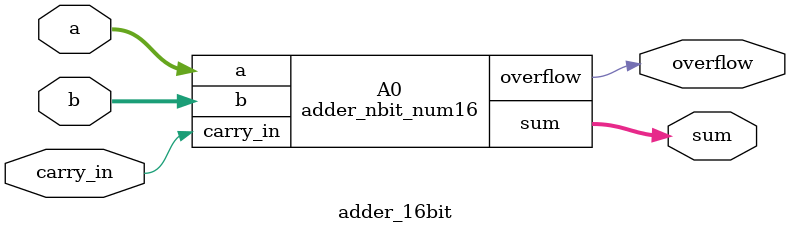
<source format=v>

module adder_1bit_15 ( a, b, carry_in, sum, carry_out );
  input a, b, carry_in;
  output sum, carry_out;
  wire   n1, n2;

  XOR2X1 U1 ( .A(carry_in), .B(n1), .Y(sum) );
  INVX1 U2 ( .A(n2), .Y(carry_out) );
  AOI22X1 U3 ( .A(b), .B(a), .C(n1), .D(carry_in), .Y(n2) );
  XOR2X1 U4 ( .A(a), .B(b), .Y(n1) );
endmodule


module adder_1bit_0 ( a, b, carry_in, sum, carry_out );
  input a, b, carry_in;
  output sum, carry_out;
  wire   n1, n2;

  XOR2X1 U1 ( .A(carry_in), .B(n1), .Y(sum) );
  INVX1 U2 ( .A(n2), .Y(carry_out) );
  AOI22X1 U3 ( .A(b), .B(a), .C(n1), .D(carry_in), .Y(n2) );
  XOR2X1 U4 ( .A(a), .B(b), .Y(n1) );
endmodule


module adder_1bit_1 ( a, b, carry_in, sum, carry_out );
  input a, b, carry_in;
  output sum, carry_out;
  wire   n1, n2;

  XOR2X1 U1 ( .A(carry_in), .B(n1), .Y(sum) );
  INVX1 U2 ( .A(n2), .Y(carry_out) );
  AOI22X1 U3 ( .A(b), .B(a), .C(n1), .D(carry_in), .Y(n2) );
  XOR2X1 U4 ( .A(a), .B(b), .Y(n1) );
endmodule


module adder_1bit_2 ( a, b, carry_in, sum, carry_out );
  input a, b, carry_in;
  output sum, carry_out;
  wire   n1, n2;

  XOR2X1 U1 ( .A(carry_in), .B(n1), .Y(sum) );
  INVX1 U2 ( .A(n2), .Y(carry_out) );
  AOI22X1 U3 ( .A(b), .B(a), .C(n1), .D(carry_in), .Y(n2) );
  XOR2X1 U4 ( .A(a), .B(b), .Y(n1) );
endmodule


module adder_1bit_3 ( a, b, carry_in, sum, carry_out );
  input a, b, carry_in;
  output sum, carry_out;
  wire   n1, n2;

  XOR2X1 U1 ( .A(carry_in), .B(n1), .Y(sum) );
  INVX1 U2 ( .A(n2), .Y(carry_out) );
  AOI22X1 U3 ( .A(b), .B(a), .C(n1), .D(carry_in), .Y(n2) );
  XOR2X1 U4 ( .A(a), .B(b), .Y(n1) );
endmodule


module adder_1bit_4 ( a, b, carry_in, sum, carry_out );
  input a, b, carry_in;
  output sum, carry_out;
  wire   n1, n2;

  XOR2X1 U1 ( .A(carry_in), .B(n1), .Y(sum) );
  INVX1 U2 ( .A(n2), .Y(carry_out) );
  AOI22X1 U3 ( .A(b), .B(a), .C(n1), .D(carry_in), .Y(n2) );
  XOR2X1 U4 ( .A(a), .B(b), .Y(n1) );
endmodule


module adder_1bit_5 ( a, b, carry_in, sum, carry_out );
  input a, b, carry_in;
  output sum, carry_out;
  wire   n1, n2;

  XOR2X1 U1 ( .A(carry_in), .B(n1), .Y(sum) );
  INVX1 U2 ( .A(n2), .Y(carry_out) );
  AOI22X1 U3 ( .A(b), .B(a), .C(n1), .D(carry_in), .Y(n2) );
  XOR2X1 U4 ( .A(a), .B(b), .Y(n1) );
endmodule


module adder_1bit_6 ( a, b, carry_in, sum, carry_out );
  input a, b, carry_in;
  output sum, carry_out;
  wire   n1, n2;

  XOR2X1 U1 ( .A(carry_in), .B(n1), .Y(sum) );
  INVX1 U2 ( .A(n2), .Y(carry_out) );
  AOI22X1 U3 ( .A(b), .B(a), .C(n1), .D(carry_in), .Y(n2) );
  XOR2X1 U4 ( .A(a), .B(b), .Y(n1) );
endmodule


module adder_1bit_7 ( a, b, carry_in, sum, carry_out );
  input a, b, carry_in;
  output sum, carry_out;
  wire   n1, n2;

  XOR2X1 U1 ( .A(carry_in), .B(n1), .Y(sum) );
  INVX1 U2 ( .A(n2), .Y(carry_out) );
  AOI22X1 U3 ( .A(b), .B(a), .C(n1), .D(carry_in), .Y(n2) );
  XOR2X1 U4 ( .A(a), .B(b), .Y(n1) );
endmodule


module adder_1bit_8 ( a, b, carry_in, sum, carry_out );
  input a, b, carry_in;
  output sum, carry_out;
  wire   n1, n2;

  XOR2X1 U1 ( .A(carry_in), .B(n1), .Y(sum) );
  INVX1 U2 ( .A(n2), .Y(carry_out) );
  AOI22X1 U3 ( .A(b), .B(a), .C(n1), .D(carry_in), .Y(n2) );
  XOR2X1 U4 ( .A(a), .B(b), .Y(n1) );
endmodule


module adder_1bit_9 ( a, b, carry_in, sum, carry_out );
  input a, b, carry_in;
  output sum, carry_out;
  wire   n1, n2;

  XOR2X1 U1 ( .A(carry_in), .B(n1), .Y(sum) );
  INVX1 U2 ( .A(n2), .Y(carry_out) );
  AOI22X1 U3 ( .A(b), .B(a), .C(n1), .D(carry_in), .Y(n2) );
  XOR2X1 U4 ( .A(a), .B(b), .Y(n1) );
endmodule


module adder_1bit_10 ( a, b, carry_in, sum, carry_out );
  input a, b, carry_in;
  output sum, carry_out;
  wire   n1, n2;

  XOR2X1 U1 ( .A(carry_in), .B(n1), .Y(sum) );
  INVX1 U2 ( .A(n2), .Y(carry_out) );
  AOI22X1 U3 ( .A(b), .B(a), .C(n1), .D(carry_in), .Y(n2) );
  XOR2X1 U4 ( .A(a), .B(b), .Y(n1) );
endmodule


module adder_1bit_11 ( a, b, carry_in, sum, carry_out );
  input a, b, carry_in;
  output sum, carry_out;
  wire   n1, n2;

  XOR2X1 U1 ( .A(carry_in), .B(n1), .Y(sum) );
  INVX1 U2 ( .A(n2), .Y(carry_out) );
  AOI22X1 U3 ( .A(b), .B(a), .C(n1), .D(carry_in), .Y(n2) );
  XOR2X1 U4 ( .A(a), .B(b), .Y(n1) );
endmodule


module adder_1bit_12 ( a, b, carry_in, sum, carry_out );
  input a, b, carry_in;
  output sum, carry_out;
  wire   n1, n2;

  XOR2X1 U1 ( .A(carry_in), .B(n1), .Y(sum) );
  INVX1 U2 ( .A(n2), .Y(carry_out) );
  AOI22X1 U3 ( .A(b), .B(a), .C(n1), .D(carry_in), .Y(n2) );
  XOR2X1 U4 ( .A(a), .B(b), .Y(n1) );
endmodule


module adder_1bit_13 ( a, b, carry_in, sum, carry_out );
  input a, b, carry_in;
  output sum, carry_out;
  wire   n1, n2;

  XOR2X1 U1 ( .A(carry_in), .B(n1), .Y(sum) );
  INVX1 U2 ( .A(n2), .Y(carry_out) );
  AOI22X1 U3 ( .A(b), .B(a), .C(n1), .D(carry_in), .Y(n2) );
  XOR2X1 U4 ( .A(a), .B(b), .Y(n1) );
endmodule


module adder_1bit_14 ( a, b, carry_in, sum, carry_out );
  input a, b, carry_in;
  output sum, carry_out;
  wire   n1, n2;

  XOR2X1 U1 ( .A(carry_in), .B(n1), .Y(sum) );
  INVX1 U2 ( .A(n2), .Y(carry_out) );
  AOI22X1 U3 ( .A(b), .B(a), .C(n1), .D(carry_in), .Y(n2) );
  XOR2X1 U4 ( .A(a), .B(b), .Y(n1) );
endmodule


module adder_nbit_num16 ( a, b, carry_in, sum, overflow );
  input [15:0] a;
  input [15:0] b;
  output [15:0] sum;
  input carry_in;
  output overflow;

  wire   [15:1] carrys;

  adder_1bit_15 \genblk1[0].Ii  ( .a(a[0]), .b(b[0]), .carry_in(carry_in), 
        .sum(sum[0]), .carry_out(carrys[1]) );
  adder_1bit_14 \genblk1[1].Ii  ( .a(a[1]), .b(b[1]), .carry_in(carrys[1]), 
        .sum(sum[1]), .carry_out(carrys[2]) );
  adder_1bit_13 \genblk1[2].Ii  ( .a(a[2]), .b(b[2]), .carry_in(carrys[2]), 
        .sum(sum[2]), .carry_out(carrys[3]) );
  adder_1bit_12 \genblk1[3].Ii  ( .a(a[3]), .b(b[3]), .carry_in(carrys[3]), 
        .sum(sum[3]), .carry_out(carrys[4]) );
  adder_1bit_11 \genblk1[4].Ii  ( .a(a[4]), .b(b[4]), .carry_in(carrys[4]), 
        .sum(sum[4]), .carry_out(carrys[5]) );
  adder_1bit_10 \genblk1[5].Ii  ( .a(a[5]), .b(b[5]), .carry_in(carrys[5]), 
        .sum(sum[5]), .carry_out(carrys[6]) );
  adder_1bit_9 \genblk1[6].Ii  ( .a(a[6]), .b(b[6]), .carry_in(carrys[6]), 
        .sum(sum[6]), .carry_out(carrys[7]) );
  adder_1bit_8 \genblk1[7].Ii  ( .a(a[7]), .b(b[7]), .carry_in(carrys[7]), 
        .sum(sum[7]), .carry_out(carrys[8]) );
  adder_1bit_7 \genblk1[8].Ii  ( .a(a[8]), .b(b[8]), .carry_in(carrys[8]), 
        .sum(sum[8]), .carry_out(carrys[9]) );
  adder_1bit_6 \genblk1[9].Ii  ( .a(a[9]), .b(b[9]), .carry_in(carrys[9]), 
        .sum(sum[9]), .carry_out(carrys[10]) );
  adder_1bit_5 \genblk1[10].Ii  ( .a(a[10]), .b(b[10]), .carry_in(carrys[10]), 
        .sum(sum[10]), .carry_out(carrys[11]) );
  adder_1bit_4 \genblk1[11].Ii  ( .a(a[11]), .b(b[11]), .carry_in(carrys[11]), 
        .sum(sum[11]), .carry_out(carrys[12]) );
  adder_1bit_3 \genblk1[12].Ii  ( .a(a[12]), .b(b[12]), .carry_in(carrys[12]), 
        .sum(sum[12]), .carry_out(carrys[13]) );
  adder_1bit_2 \genblk1[13].Ii  ( .a(a[13]), .b(b[13]), .carry_in(carrys[13]), 
        .sum(sum[13]), .carry_out(carrys[14]) );
  adder_1bit_1 \genblk1[14].Ii  ( .a(a[14]), .b(b[14]), .carry_in(carrys[14]), 
        .sum(sum[14]), .carry_out(carrys[15]) );
  adder_1bit_0 \genblk1[15].Ii  ( .a(a[15]), .b(b[15]), .carry_in(carrys[15]), 
        .sum(sum[15]), .carry_out(overflow) );
endmodule


module adder_16bit ( a, b, carry_in, sum, overflow );
  input [15:0] a;
  input [15:0] b;
  output [15:0] sum;
  input carry_in;
  output overflow;


  adder_nbit_num16 A0 ( .a(a), .b(b), .carry_in(carry_in), .sum(sum), 
        .overflow(overflow) );
endmodule


</source>
